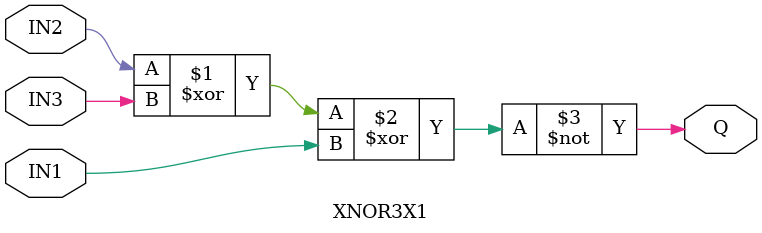
<source format=v>
`timescale 1ns/1ps
`celldefine
module XNOR3X1 (IN1, IN2, IN3, Q);
input IN1;
input IN2;
input IN3;
output Q;

xnor U0 (Q, IN2, IN3, IN1);

specify
specparam
tdelay_IN1_Q_01_0=0.01,
tdelay_IN1_Q_10_0=0.01,
tdelay_IN2_Q_01_0=0.01,
tdelay_IN2_Q_10_0=0.01,
tdelay_IN3_Q_01_0=0.01,
tdelay_IN3_Q_10_0=0.01;

(IN1 => Q)=(tdelay_IN1_Q_01_0, tdelay_IN1_Q_10_0);
(IN2 => Q)=(tdelay_IN2_Q_01_0, tdelay_IN2_Q_10_0);
(IN3 => Q)=(tdelay_IN3_Q_01_0, tdelay_IN3_Q_10_0);
endspecify
endmodule
`endcelldefine

</source>
